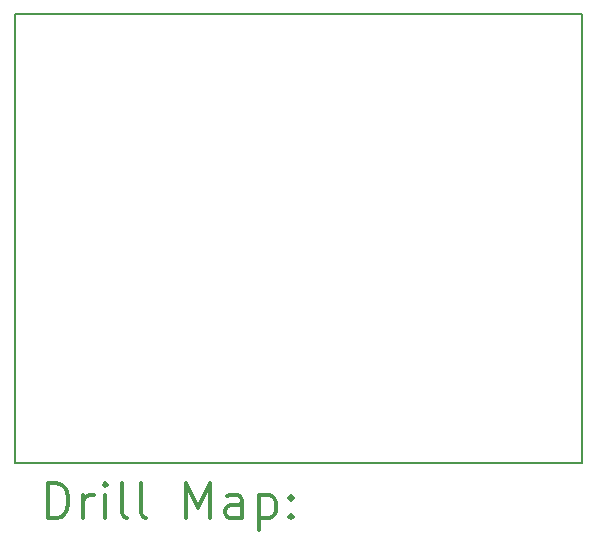
<source format=gbr>
%FSLAX45Y45*%
G04 Gerber Fmt 4.5, Leading zero omitted, Abs format (unit mm)*
G04 Created by KiCad (PCBNEW 5.0.0) date Wed Aug  8 08:53:54 2018*
%MOMM*%
%LPD*%
G01*
G04 APERTURE LIST*
%ADD10C,0.150000*%
%ADD11C,0.200000*%
%ADD12C,0.300000*%
G04 APERTURE END LIST*
D10*
X10100000Y-13800000D02*
X10100000Y-10000000D01*
X14900000Y-13800000D02*
X10100000Y-13800000D01*
X14900000Y-10000000D02*
X14900000Y-13800000D01*
X10100000Y-10000000D02*
X14900000Y-10000000D01*
D11*
D12*
X10378928Y-14273214D02*
X10378928Y-13973214D01*
X10450357Y-13973214D01*
X10493214Y-13987500D01*
X10521786Y-14016071D01*
X10536071Y-14044643D01*
X10550357Y-14101786D01*
X10550357Y-14144643D01*
X10536071Y-14201786D01*
X10521786Y-14230357D01*
X10493214Y-14258929D01*
X10450357Y-14273214D01*
X10378928Y-14273214D01*
X10678928Y-14273214D02*
X10678928Y-14073214D01*
X10678928Y-14130357D02*
X10693214Y-14101786D01*
X10707500Y-14087500D01*
X10736071Y-14073214D01*
X10764643Y-14073214D01*
X10864643Y-14273214D02*
X10864643Y-14073214D01*
X10864643Y-13973214D02*
X10850357Y-13987500D01*
X10864643Y-14001786D01*
X10878928Y-13987500D01*
X10864643Y-13973214D01*
X10864643Y-14001786D01*
X11050357Y-14273214D02*
X11021786Y-14258929D01*
X11007500Y-14230357D01*
X11007500Y-13973214D01*
X11207500Y-14273214D02*
X11178928Y-14258929D01*
X11164643Y-14230357D01*
X11164643Y-13973214D01*
X11550357Y-14273214D02*
X11550357Y-13973214D01*
X11650357Y-14187500D01*
X11750357Y-13973214D01*
X11750357Y-14273214D01*
X12021786Y-14273214D02*
X12021786Y-14116071D01*
X12007500Y-14087500D01*
X11978928Y-14073214D01*
X11921786Y-14073214D01*
X11893214Y-14087500D01*
X12021786Y-14258929D02*
X11993214Y-14273214D01*
X11921786Y-14273214D01*
X11893214Y-14258929D01*
X11878928Y-14230357D01*
X11878928Y-14201786D01*
X11893214Y-14173214D01*
X11921786Y-14158929D01*
X11993214Y-14158929D01*
X12021786Y-14144643D01*
X12164643Y-14073214D02*
X12164643Y-14373214D01*
X12164643Y-14087500D02*
X12193214Y-14073214D01*
X12250357Y-14073214D01*
X12278928Y-14087500D01*
X12293214Y-14101786D01*
X12307500Y-14130357D01*
X12307500Y-14216071D01*
X12293214Y-14244643D01*
X12278928Y-14258929D01*
X12250357Y-14273214D01*
X12193214Y-14273214D01*
X12164643Y-14258929D01*
X12436071Y-14244643D02*
X12450357Y-14258929D01*
X12436071Y-14273214D01*
X12421786Y-14258929D01*
X12436071Y-14244643D01*
X12436071Y-14273214D01*
X12436071Y-14087500D02*
X12450357Y-14101786D01*
X12436071Y-14116071D01*
X12421786Y-14101786D01*
X12436071Y-14087500D01*
X12436071Y-14116071D01*
M02*

</source>
